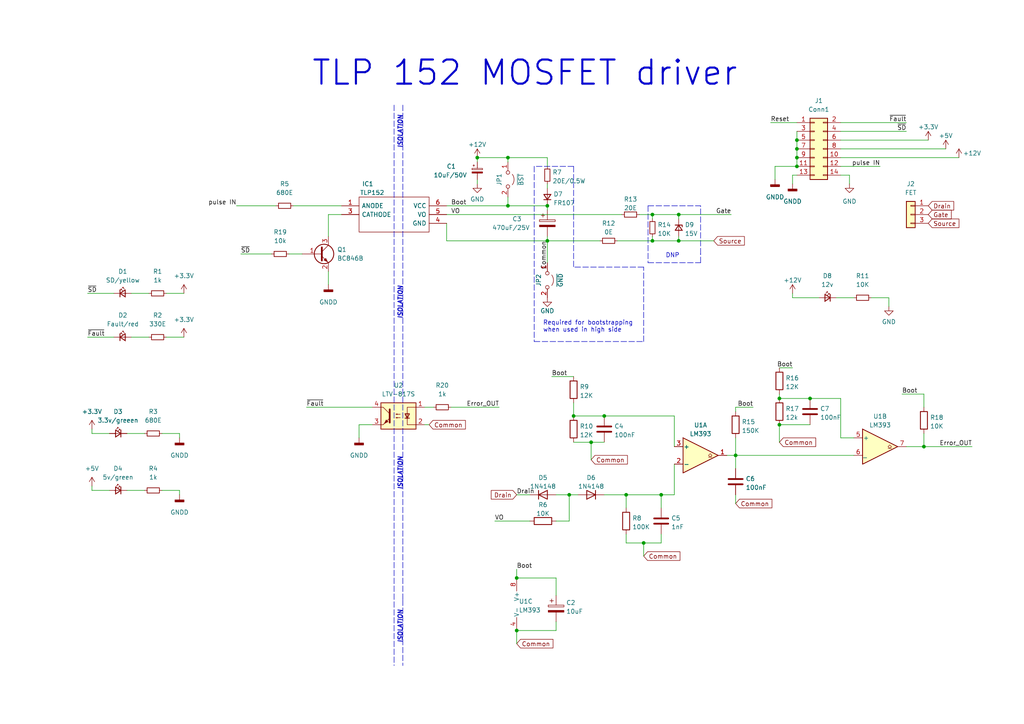
<source format=kicad_sch>
(kicad_sch (version 20211123) (generator eeschema)
  (paper "A4")
  (title_block (date "2022-11-02") (rev "1.1"))
  (lib_symbols
    (symbol "Comparator:LM393" (pin_names (offset 0.127))
      (property "Reference" "U" (at 3.81 3.81 0))
      (property "Value" "LM393" (at 6.35 -3.81 0))
      (symbol "LM393_1_1"
        (polyline (pts (xy -5.08 5.08) (xy 5.08 0) (xy -5.08 -5.08) (xy -5.08 5.08)) (stroke (width 0.254)) (fill (type background)))
        (polyline (pts (xy 3.302 -0.508) (xy 2.794 -0.508) (xy 3.302 0) (xy 2.794 0.508) (xy 2.286 0) (xy 2.794 -0.508) (xy 2.286 -0.508)) (stroke (width 0.127)))
        (pin open_collector line (at 7.62 0 180) (length 2.54) (name "~") (number "1"))
        (pin input line (at -7.62 -2.54 0) (length 2.54) (name "-") (number "2"))
        (pin input line (at -7.62 2.54 0) (length 2.54) (name "+") (number "3"))
      )
      (symbol "LM393_2_1"
        (polyline (pts (xy -5.08 5.08) (xy 5.08 0) (xy -5.08 -5.08) (xy -5.08 5.08)) (stroke (width 0.254)) (fill (type background)))
        (polyline (pts (xy 3.302 -0.508) (xy 2.794 -0.508) (xy 3.302 0) (xy 2.794 0.508) (xy 2.286 0) (xy 2.794 -0.508) (xy 2.286 -0.508)) (stroke (width 0.127)))
        (pin input line (at -7.62 2.54 0) (length 2.54) (name "+") (number "5"))
        (pin input line (at -7.62 -2.54 0) (length 2.54) (name "_") (number "6"))
        (pin open_collector line (at 7.62 0 180) (length 2.54) (name "~") (number "7"))
      )
      (symbol "LM393_3_1"
        (pin power_in line (at -2.54 -7.62 90) (length 3.81) (name "V-") (number "4"))
        (pin power_in line (at -2.54 7.62 270) (length 3.81) (name "V+") (number "8"))
      )
    )
    (symbol "Connector_Generic:Conn_01x03" (pin_names (offset 1.016) hide)
      (property "Reference" "J" (at 0 5.08 0))
      (property "Value" "Conn_01x03" (at 0 -5.08 0))
      (symbol "Conn_01x03_1_1"
        (rectangle (start -1.27 -2.413) (end 0 -2.667) (stroke (width 0.1524)))
        (rectangle (start -1.27 0.127) (end 0 -0.127) (stroke (width 0.1524)))
        (rectangle (start -1.27 2.667) (end 0 2.413) (stroke (width 0.1524)))
        (rectangle (start -1.27 3.81) (end 1.27 -3.81) (stroke (width 0.254)) (fill (type background)))
        (pin passive line (at -5.08 2.54 0) (length 3.81) (name "Pin_1") (number "1"))
        (pin passive line (at -5.08 0 0) (length 3.81) (name "Pin_2") (number "2"))
        (pin passive line (at -5.08 -2.54 0) (length 3.81) (name "Pin_3") (number "3"))
      )
    )
    (symbol "Connector_Generic:Conn_02x07_Odd_Even" (pin_names (offset 1.016) hide)
      (property "Reference" "J" (at 1.27 10.16 0))
      (property "Value" "Conn_02x07_Odd_Even" (at 1.27 -10.16 0))
      (symbol "Conn_02x07_Odd_Even_1_1"
        (rectangle (start -1.27 -7.493) (end 0 -7.747) (stroke (width 0.1524)))
        (rectangle (start -1.27 -4.953) (end 0 -5.207) (stroke (width 0.1524)))
        (rectangle (start -1.27 -2.413) (end 0 -2.667) (stroke (width 0.1524)))
        (rectangle (start -1.27 0.127) (end 0 -0.127) (stroke (width 0.1524)))
        (rectangle (start -1.27 2.667) (end 0 2.413) (stroke (width 0.1524)))
        (rectangle (start -1.27 5.207) (end 0 4.953) (stroke (width 0.1524)))
        (rectangle (start -1.27 7.747) (end 0 7.493) (stroke (width 0.1524)))
        (rectangle (start -1.27 8.89) (end 3.81 -8.89) (stroke (width 0.254)) (fill (type background)))
        (rectangle (start 3.81 -7.493) (end 2.54 -7.747) (stroke (width 0.1524)))
        (rectangle (start 3.81 -4.953) (end 2.54 -5.207) (stroke (width 0.1524)))
        (rectangle (start 3.81 -2.413) (end 2.54 -2.667) (stroke (width 0.1524)))
        (rectangle (start 3.81 0.127) (end 2.54 -0.127) (stroke (width 0.1524)))
        (rectangle (start 3.81 2.667) (end 2.54 2.413) (stroke (width 0.1524)))
        (rectangle (start 3.81 5.207) (end 2.54 4.953) (stroke (width 0.1524)))
        (rectangle (start 3.81 7.747) (end 2.54 7.493) (stroke (width 0.1524)))
        (pin passive line (at -5.08 7.62 0) (length 3.81) (name "Pin_1") (number "1"))
        (pin passive line (at 7.62 -2.54 180) (length 3.81) (name "Pin_10") (number "10"))
        (pin passive line (at -5.08 -5.08 0) (length 3.81) (name "Pin_11") (number "11"))
        (pin passive line (at 7.62 -5.08 180) (length 3.81) (name "Pin_12") (number "12"))
        (pin passive line (at -5.08 -7.62 0) (length 3.81) (name "Pin_13") (number "13"))
        (pin passive line (at 7.62 -7.62 180) (length 3.81) (name "Pin_14") (number "14"))
        (pin passive line (at 7.62 7.62 180) (length 3.81) (name "Pin_2") (number "2"))
        (pin passive line (at -5.08 5.08 0) (length 3.81) (name "Pin_3") (number "3"))
        (pin passive line (at 7.62 5.08 180) (length 3.81) (name "Pin_4") (number "4"))
        (pin passive line (at -5.08 2.54 0) (length 3.81) (name "Pin_5") (number "5"))
        (pin passive line (at 7.62 2.54 180) (length 3.81) (name "Pin_6") (number "6"))
        (pin passive line (at -5.08 0 0) (length 3.81) (name "Pin_7") (number "7"))
        (pin passive line (at 7.62 0 180) (length 3.81) (name "Pin_8") (number "8"))
        (pin passive line (at -5.08 -2.54 0) (length 3.81) (name "Pin_9") (number "9"))
      )
    )
    (symbol "Device:C" (pin_numbers hide) (pin_names (offset 0.254))
      (property "Reference" "C" (at 0.635 2.54 0))
      (property "Value" "C" (at 0.635 -2.54 0))
      (symbol "C_0_1"
        (polyline (pts (xy -2.032 -0.762) (xy 2.032 -0.762)) (stroke (width 0.508)))
        (polyline (pts (xy -2.032 0.762) (xy 2.032 0.762)) (stroke (width 0.508)))
      )
      (symbol "C_1_1"
        (pin passive line (at 0 3.81 270) (length 2.794) (name "~") (number "1"))
        (pin passive line (at 0 -3.81 90) (length 2.794) (name "~") (number "2"))
      )
    )
    (symbol "Device:C_Polarized" (pin_numbers hide) (pin_names (offset 0.254))
      (property "Reference" "C" (at 0.635 2.54 0))
      (property "Value" "C_Polarized" (at 0.635 -2.54 0))
      (symbol "C_Polarized_0_1"
        (rectangle (start -2.286 0.508) (end 2.286 1.016))
        (polyline (pts (xy -1.778 2.286) (xy -0.762 2.286)))
        (polyline (pts (xy -1.27 2.794) (xy -1.27 1.778)))
        (rectangle (start 2.286 -0.508) (end -2.286 -1.016) (fill (type outline)))
      )
      (symbol "C_Polarized_1_1"
        (pin passive line (at 0 3.81 270) (length 2.794) (name "~") (number "1"))
        (pin passive line (at 0 -3.81 90) (length 2.794) (name "~") (number "2"))
      )
    )
    (symbol "Device:C_Polarized_Small" (pin_numbers hide) (pin_names (offset 0.254) hide)
      (property "Reference" "C" (at 0.254 1.778 0))
      (property "Value" "C_Polarized_Small" (at 0.254 -2.032 0))
      (symbol "C_Polarized_Small_0_1"
        (rectangle (start -1.524 -0.3048) (end 1.524 -0.6858) (fill (type outline)))
        (rectangle (start -1.524 0.6858) (end 1.524 0.3048))
        (polyline (pts (xy -1.27 1.524) (xy -0.762 1.524)))
        (polyline (pts (xy -1.016 1.27) (xy -1.016 1.778)))
      )
      (symbol "C_Polarized_Small_1_1"
        (pin passive line (at 0 2.54 270) (length 1.8542) (name "~") (number "1"))
        (pin passive line (at 0 -2.54 90) (length 1.8542) (name "~") (number "2"))
      )
    )
    (symbol "Device:D_Small" (pin_numbers hide) (pin_names (offset 0.254) hide)
      (property "Reference" "D" (at -1.27 2.032 0))
      (property "Value" "D_Small" (at -3.81 -2.032 0))
      (symbol "D_Small_0_1"
        (polyline (pts (xy -0.762 -1.016) (xy -0.762 1.016)) (stroke (width 0.254)))
        (polyline (pts (xy -0.762 0) (xy 0.762 0)))
        (polyline (pts (xy 0.762 -1.016) (xy -0.762 0) (xy 0.762 1.016) (xy 0.762 -1.016)) (stroke (width 0.254)))
      )
      (symbol "D_Small_1_1"
        (pin passive line (at -2.54 0 0) (length 1.778) (name "K") (number "1"))
        (pin passive line (at 2.54 0 180) (length 1.778) (name "A") (number "2"))
      )
    )
    (symbol "Device:D_Zener_Small" (pin_numbers hide) (pin_names (offset 0.254) hide)
      (property "Reference" "D" (at 0 2.286 0))
      (property "Value" "D_Zener_Small" (at 0 -2.286 0))
      (symbol "D_Zener_Small_0_1"
        (polyline (pts (xy 0.762 0) (xy -0.762 0)))
        (polyline (pts (xy -0.254 1.016) (xy -0.762 1.016) (xy -0.762 -1.016)) (stroke (width 0.254)))
        (polyline (pts (xy 0.762 1.016) (xy -0.762 0) (xy 0.762 -1.016) (xy 0.762 1.016)) (stroke (width 0.254)))
      )
      (symbol "D_Zener_Small_1_1"
        (pin passive line (at -2.54 0 0) (length 1.778) (name "K") (number "1"))
        (pin passive line (at 2.54 0 180) (length 1.778) (name "A") (number "2"))
      )
    )
    (symbol "Device:LED_Small" (pin_numbers hide) (pin_names (offset 0.254) hide)
      (property "Reference" "D" (at -1.27 3.175 0))
      (property "Value" "LED_Small" (at -4.445 -2.54 0))
      (symbol "LED_Small_0_1"
        (polyline (pts (xy -0.762 -1.016) (xy -0.762 1.016)) (stroke (width 0.254)))
        (polyline (pts (xy 1.016 0) (xy -0.762 0)))
        (polyline (pts (xy 0.762 -1.016) (xy -0.762 0) (xy 0.762 1.016) (xy 0.762 -1.016)) (stroke (width 0.254)))
        (polyline (pts (xy 0 0.762) (xy -0.508 1.27) (xy -0.254 1.27) (xy -0.508 1.27) (xy -0.508 1.016)))
        (polyline (pts (xy 0.508 1.27) (xy 0 1.778) (xy 0.254 1.778) (xy 0 1.778) (xy 0 1.524)))
      )
      (symbol "LED_Small_1_1"
        (pin passive line (at -2.54 0 0) (length 1.778) (name "K") (number "1"))
        (pin passive line (at 2.54 0 180) (length 1.778) (name "A") (number "2"))
      )
    )
    (symbol "Device:R" (pin_numbers hide) (pin_names (offset 0))
      (property "Reference" "R" (at 2.032 0 90))
      (property "Value" "R" (at 0 0 90))
      (symbol "R_0_1"
        (rectangle (start -1.016 -2.54) (end 1.016 2.54) (stroke (width 0.254)))
      )
      (symbol "R_1_1"
        (pin passive line (at 0 3.81 270) (length 1.27) (name "~") (number "1"))
        (pin passive line (at 0 -3.81 90) (length 1.27) (name "~") (number "2"))
      )
    )
    (symbol "Device:R_Small" (pin_numbers hide) (pin_names (offset 0.254) hide)
      (property "Reference" "R" (at 0.762 0.508 0))
      (property "Value" "R_Small" (at 0.762 -1.016 0))
      (symbol "R_Small_0_1"
        (rectangle (start -0.762 1.778) (end 0.762 -1.778) (stroke (width 0.2032)))
      )
      (symbol "R_Small_1_1"
        (pin passive line (at 0 2.54 270) (length 0.762) (name "~") (number "1"))
        (pin passive line (at 0 -2.54 90) (length 0.762) (name "~") (number "2"))
      )
    )
    (symbol "Diode:1N4148" (pin_numbers hide) (pin_names (offset 1.016) hide)
      (property "Reference" "D" (at 0 2.54 0))
      (property "Value" "1N4148" (at 0 -2.54 0))
      (symbol "1N4148_0_1"
        (polyline (pts (xy -1.27 1.27) (xy -1.27 -1.27)) (stroke (width 0.254)))
        (polyline (pts (xy 1.27 0) (xy -1.27 0)))
        (polyline (pts (xy 1.27 1.27) (xy 1.27 -1.27) (xy -1.27 0) (xy 1.27 1.27)) (stroke (width 0.254)))
      )
      (symbol "1N4148_1_1"
        (pin passive line (at -3.81 0 0) (length 2.54) (name "K") (number "1"))
        (pin passive line (at 3.81 0 180) (length 2.54) (name "A") (number "2"))
      )
    )
    (symbol "Isolator:LTV-817S" (pin_names (offset 1.016))
      (property "Reference" "U" (at -3.81 5.08 0))
      (property "Value" "LTV-817S" (at 0 -5.08 0))
      (symbol "LTV-817S_1_1"
        (rectangle (start -5.08 3.81) (end 5.08 -3.81) (stroke (width 0.254)) (fill (type background)))
        (polyline (pts (xy -3.175 -0.635) (xy -1.905 -0.635)) (stroke (width 0.254)))
        (polyline (pts (xy 2.54 0.635) (xy 4.445 2.54)))
        (polyline (pts (xy 4.445 -2.54) (xy 2.54 -0.635)) (fill (type outline)))
        (polyline (pts (xy 4.445 -2.54) (xy 5.08 -2.54)))
        (polyline (pts (xy 4.445 2.54) (xy 5.08 2.54)))
        (polyline (pts (xy -5.08 2.54) (xy -2.54 2.54) (xy -2.54 -0.762)))
        (polyline (pts (xy -2.54 -0.635) (xy -2.54 -2.54) (xy -5.08 -2.54)))
        (polyline (pts (xy 2.54 1.905) (xy 2.54 -1.905) (xy 2.54 -1.905)) (stroke (width 0.508)))
        (polyline (pts (xy -2.54 -0.635) (xy -3.175 0.635) (xy -1.905 0.635) (xy -2.54 -0.635)) (stroke (width 0.254)))
        (polyline (pts (xy -0.508 -0.508) (xy 0.762 -0.508) (xy 0.381 -0.635) (xy 0.381 -0.381) (xy 0.762 -0.508)))
        (polyline (pts (xy -0.508 0.508) (xy 0.762 0.508) (xy 0.381 0.381) (xy 0.381 0.635) (xy 0.762 0.508)))
        (polyline (pts (xy 3.048 -1.651) (xy 3.556 -1.143) (xy 4.064 -2.159) (xy 3.048 -1.651) (xy 3.048 -1.651)) (fill (type outline)))
        (pin passive line (at -7.62 2.54 0) (length 2.54) (name "~") (number "1"))
        (pin passive line (at -7.62 -2.54 0) (length 2.54) (name "~") (number "2"))
        (pin passive line (at 7.62 -2.54 180) (length 2.54) (name "~") (number "3"))
        (pin passive line (at 7.62 2.54 180) (length 2.54) (name "~") (number "4"))
      )
    )
    (symbol "Jumper:Jumper_2_Open" (pin_names (offset 0) hide)
      (property "Reference" "JP" (at 0 2.794 0))
      (property "Value" "Jumper_2_Open" (at 0 -2.286 0))
      (symbol "Jumper_2_Open_0_0"
        (circle (center -2.032 0) (radius 0.508))
        (circle (center 2.032 0) (radius 0.508))
      )
      (symbol "Jumper_2_Open_0_1"
        (arc (start 1.524 1.27) (mid 0 1.778) (end -1.524 1.27))
      )
      (symbol "Jumper_2_Open_1_1"
        (pin passive line (at -5.08 0 0) (length 2.54) (name "A") (number "1"))
        (pin passive line (at 5.08 0 180) (length 2.54) (name "B") (number "2"))
      )
    )
    (symbol "TLP152:TLP152" (pin_names (offset 0.762))
      (property "Reference" "IC" (at 26.67 7.62 0))
      (property "Value" "TLP152" (at 26.67 5.08 0))
      (symbol "TLP152_0_0"
        (pin passive line (at 0 0 0) (length 5.08) (name "ANODE") (number "1"))
        (pin passive line (at 0 -2.54 0) (length 5.08) (name "CATHODE") (number "3"))
        (pin passive line (at 30.48 -5.08 180) (length 5.08) (name "GND") (number "4"))
        (pin passive line (at 30.48 -2.54 180) (length 5.08) (name "VO") (number "5"))
        (pin passive line (at 30.48 0 180) (length 5.08) (name "VCC") (number "6"))
      )
      (symbol "TLP152_0_1"
        (polyline (pts (xy 5.08 2.54) (xy 25.4 2.54) (xy 25.4 -7.62) (xy 5.08 -7.62) (xy 5.08 2.54)) (stroke (width 0.1524)))
      )
    )
    (symbol "Transistor_BJT:BC818" (pin_names (offset 0) hide)
      (property "Reference" "Q" (at 5.08 1.905 0))
      (property "Value" "BC818" (at 5.08 0 0))
      (symbol "BC818_0_1"
        (polyline (pts (xy 0.635 0.635) (xy 2.54 2.54)))
        (polyline (pts (xy 0.635 -0.635) (xy 2.54 -2.54) (xy 2.54 -2.54)))
        (polyline (pts (xy 0.635 1.905) (xy 0.635 -1.905) (xy 0.635 -1.905)) (stroke (width 0.508)))
        (polyline (pts (xy 1.27 -1.778) (xy 1.778 -1.27) (xy 2.286 -2.286) (xy 1.27 -1.778) (xy 1.27 -1.778)) (fill (type outline)))
        (circle (center 1.27 0) (radius 2.8194) (stroke (width 0.254)))
      )
      (symbol "BC818_1_1"
        (pin input line (at -5.08 0 0) (length 5.715) (name "B") (number "1"))
        (pin passive line (at 2.54 -5.08 90) (length 2.54) (name "E") (number "2"))
        (pin passive line (at 2.54 5.08 270) (length 2.54) (name "C") (number "3"))
      )
    )
    (symbol "power:+12V" (power) (pin_names (offset 0))
      (property "Value" "+12V" (at 0 3.556 0))
      (symbol "+12V_0_1"
        (polyline (pts (xy -0.762 1.27) (xy 0 2.54)))
        (polyline (pts (xy 0 0) (xy 0 2.54)))
        (polyline (pts (xy 0 2.54) (xy 0.762 1.27)))
      )
      (symbol "+12V_1_1"
        (pin power_in line (at 0 0 90) (length 0) hide (name "+12V") (number "1"))
      )
    )
    (symbol "power:+3.3V" (power) (pin_names (offset 0))
      (property "Value" "+3.3V" (at 0 3.556 0))
      (symbol "+3.3V_0_1"
        (polyline (pts (xy -0.762 1.27) (xy 0 2.54)))
        (polyline (pts (xy 0 0) (xy 0 2.54)))
        (polyline (pts (xy 0 2.54) (xy 0.762 1.27)))
      )
      (symbol "+3.3V_1_1"
        (pin power_in line (at 0 0 90) (length 0) hide (name "+3.3V") (number "1"))
      )
    )
    (symbol "power:+5V" (power) (pin_names (offset 0))
      (property "Value" "+5V" (at 0 3.556 0))
      (symbol "+5V_0_1"
        (polyline (pts (xy -0.762 1.27) (xy 0 2.54)))
        (polyline (pts (xy 0 0) (xy 0 2.54)))
        (polyline (pts (xy 0 2.54) (xy 0.762 1.27)))
      )
      (symbol "+5V_1_1"
        (pin power_in line (at 0 0 90) (length 0) hide (name "+5V") (number "1"))
      )
    )
    (symbol "power:GND" (power) (pin_names (offset 0))
      (property "Value" "GND" (at 0 -3.81 0))
      (symbol "GND_0_1"
        (polyline (pts (xy 0 0) (xy 0 -1.27) (xy 1.27 -1.27) (xy 0 -2.54) (xy -1.27 -1.27) (xy 0 -1.27)))
      )
      (symbol "GND_1_1"
        (pin power_in line (at 0 0 270) (length 0) hide (name "GND") (number "1"))
      )
    )
    (symbol "power:GNDD" (power) (pin_names (offset 0))
      (property "Value" "GNDD" (at 0 -3.175 0))
      (symbol "GNDD_0_1"
        (rectangle (start -1.27 -1.524) (end 1.27 -2.032) (stroke (width 0.254)) (fill (type outline)))
        (polyline (pts (xy 0 0) (xy 0 -1.524)))
      )
      (symbol "GNDD_1_1"
        (pin power_in line (at 0 0 270) (length 0) hide (name "GNDD") (number "1"))
      )
    )
  )
  (junction (at 189.23 69.85))
  (junction (at 231.14 40.64))
  (junction (at 166.37 120.65))
  (junction (at 147.32 59.69))
  (junction (at 149.86 182.88))
  (junction (at 196.85 62.23))
  (junction (at 175.26 120.65))
  (junction (at 226.06 115.57))
  (junction (at 231.14 45.72))
  (junction (at 196.85 69.85))
  (junction (at 165.1 143.51))
  (junction (at 158.75 59.69))
  (junction (at 234.95 115.57))
  (junction (at 171.45 128.27))
  (junction (at 231.14 48.26))
  (junction (at 226.06 123.19))
  (junction (at 147.32 45.72))
  (junction (at 186.69 157.48))
  (junction (at 181.61 143.51))
  (junction (at 138.43 45.72))
  (junction (at 191.77 143.51))
  (junction (at 158.75 69.85))
  (junction (at 267.97 129.54))
  (junction (at 231.14 43.18))
  (junction (at 213.36 132.08))
  (junction (at 149.86 167.64))
  (junction (at 189.23 62.23))
  (wire (pts (xy 123.19 123.19) (xy 124.46 123.19)))
  (polyline (pts (xy 114.3 30.48) (xy 114.3 193.04)))
  (wire (pts (xy 158.75 45.72) (xy 158.75 48.26)))
  (wire (pts (xy 243.84 115.57) (xy 234.95 115.57)))
  (wire (pts (xy 257.81 86.36) (xy 257.81 88.9)))
  (polyline (pts (xy 116.84 30.48) (xy 116.84 173.99)))
  (polyline (pts (xy 154.94 48.26) (xy 154.94 99.06)))
  (polyline (pts (xy 186.69 77.47) (xy 166.37 77.47)))
  (wire (pts (xy 149.86 186.69) (xy 149.86 182.88)))
  (wire (pts (xy 252.73 86.36) (xy 257.81 86.36)))
  (wire (pts (xy 158.75 68.58) (xy 158.75 69.85)))
  (wire (pts (xy 246.38 50.8) (xy 246.38 53.34)))
  (wire (pts (xy 189.23 69.85) (xy 196.85 69.85)))
  (wire (pts (xy 171.45 128.27) (xy 171.45 133.35)))
  (wire (pts (xy 166.37 120.65) (xy 175.26 120.65)))
  (wire (pts (xy 68.58 59.69) (xy 80.01 59.69)))
  (wire (pts (xy 161.29 172.72) (xy 161.29 167.64)))
  (wire (pts (xy 107.95 123.19) (xy 104.14 123.19)))
  (wire (pts (xy 213.36 132.08) (xy 247.65 132.08)))
  (polyline (pts (xy 116.84 173.99) (xy 116.84 193.04)))
  (wire (pts (xy 25.4 85.09) (xy 33.02 85.09)))
  (wire (pts (xy 52.07 125.73) (xy 52.07 127)))
  (wire (pts (xy 246.38 50.8) (xy 243.84 50.8)))
  (wire (pts (xy 226.06 123.19) (xy 226.06 128.27)))
  (wire (pts (xy 158.75 69.85) (xy 173.99 69.85)))
  (polyline (pts (xy 186.69 99.06) (xy 186.69 77.47)))
  (wire (pts (xy 231.14 48.26) (xy 231.14 45.72)))
  (wire (pts (xy 189.23 62.23) (xy 196.85 62.23)))
  (wire (pts (xy 185.42 62.23) (xy 189.23 62.23)))
  (wire (pts (xy 243.84 40.64) (xy 269.24 40.64)))
  (wire (pts (xy 229.87 50.8) (xy 229.87 53.34)))
  (wire (pts (xy 161.29 167.64) (xy 149.86 167.64)))
  (wire (pts (xy 149.86 143.51) (xy 153.67 143.51)))
  (wire (pts (xy 171.45 128.27) (xy 175.26 128.27)))
  (wire (pts (xy 243.84 35.56) (xy 262.89 35.56)))
  (wire (pts (xy 229.87 85.09) (xy 229.87 86.36)))
  (wire (pts (xy 181.61 157.48) (xy 186.69 157.48)))
  (wire (pts (xy 69.85 73.66) (xy 78.74 73.66)))
  (wire (pts (xy 147.32 45.72) (xy 147.32 46.99)))
  (wire (pts (xy 213.36 132.08) (xy 213.36 135.89)))
  (wire (pts (xy 161.29 151.13) (xy 165.1 151.13)))
  (wire (pts (xy 231.14 45.72) (xy 231.14 43.18)))
  (wire (pts (xy 158.75 69.85) (xy 158.75 76.2)))
  (wire (pts (xy 196.85 62.23) (xy 212.09 62.23)))
  (wire (pts (xy 262.89 129.54) (xy 267.97 129.54)))
  (wire (pts (xy 196.85 68.58) (xy 196.85 69.85)))
  (wire (pts (xy 267.97 125.73) (xy 267.97 129.54)))
  (wire (pts (xy 231.14 40.64) (xy 231.14 38.1)))
  (wire (pts (xy 25.4 97.79) (xy 33.02 97.79)))
  (wire (pts (xy 130.81 118.11) (xy 144.78 118.11)))
  (wire (pts (xy 247.65 86.36) (xy 242.57 86.36)))
  (wire (pts (xy 138.43 45.72) (xy 138.43 46.99)))
  (wire (pts (xy 83.82 73.66) (xy 87.63 73.66)))
  (wire (pts (xy 52.07 142.24) (xy 52.07 143.51)))
  (polyline (pts (xy 187.96 76.2) (xy 203.2 76.2)))
  (wire (pts (xy 165.1 151.13) (xy 165.1 143.51)))
  (wire (pts (xy 261.62 114.3) (xy 267.97 114.3)))
  (wire (pts (xy 165.1 143.51) (xy 167.64 143.51)))
  (wire (pts (xy 191.77 143.51) (xy 191.77 147.32)))
  (wire (pts (xy 129.54 64.77) (xy 129.54 69.85)))
  (wire (pts (xy 26.67 140.97) (xy 26.67 142.24)))
  (wire (pts (xy 226.06 115.57) (xy 234.95 115.57)))
  (wire (pts (xy 210.82 132.08) (xy 213.36 132.08)))
  (wire (pts (xy 104.14 123.19) (xy 104.14 127)))
  (wire (pts (xy 181.61 143.51) (xy 191.77 143.51)))
  (wire (pts (xy 48.26 97.79) (xy 53.34 97.79)))
  (wire (pts (xy 158.75 59.69) (xy 158.75 60.96)))
  (wire (pts (xy 226.06 123.19) (xy 234.95 123.19)))
  (polyline (pts (xy 203.2 73.66) (xy 203.2 59.69)))
  (wire (pts (xy 195.58 134.62) (xy 195.58 143.51)))
  (wire (pts (xy 175.26 143.51) (xy 181.61 143.51)))
  (wire (pts (xy 158.75 53.34) (xy 158.75 54.61)))
  (wire (pts (xy 189.23 63.5) (xy 189.23 62.23)))
  (polyline (pts (xy 203.2 76.2) (xy 203.2 73.66)))
  (wire (pts (xy 161.29 180.34) (xy 161.29 182.88)))
  (polyline (pts (xy 166.37 48.26) (xy 166.37 77.47)))
  (wire (pts (xy 196.85 69.85) (xy 207.01 69.85)))
  (wire (pts (xy 196.85 62.23) (xy 196.85 63.5)))
  (wire (pts (xy 243.84 38.1) (xy 262.89 38.1)))
  (wire (pts (xy 224.79 52.07) (xy 224.79 48.26)))
  (wire (pts (xy 243.84 45.72) (xy 278.13 45.72)))
  (wire (pts (xy 46.99 125.73) (xy 52.07 125.73)))
  (wire (pts (xy 125.73 118.11) (xy 123.19 118.11)))
  (wire (pts (xy 218.44 118.11) (xy 213.36 118.11)))
  (wire (pts (xy 189.23 68.58) (xy 189.23 69.85)))
  (wire (pts (xy 26.67 142.24) (xy 31.75 142.24)))
  (wire (pts (xy 229.87 50.8) (xy 231.14 50.8)))
  (wire (pts (xy 243.84 127) (xy 247.65 127)))
  (wire (pts (xy 41.91 142.24) (xy 36.83 142.24)))
  (wire (pts (xy 213.36 127) (xy 213.36 132.08)))
  (wire (pts (xy 129.54 59.69) (xy 147.32 59.69)))
  (wire (pts (xy 191.77 154.94) (xy 191.77 157.48)))
  (wire (pts (xy 224.79 48.26) (xy 231.14 48.26)))
  (wire (pts (xy 160.02 109.22) (xy 166.37 109.22)))
  (wire (pts (xy 195.58 143.51) (xy 191.77 143.51)))
  (wire (pts (xy 181.61 147.32) (xy 181.61 143.51)))
  (polyline (pts (xy 187.96 59.69) (xy 187.96 76.2)))
  (wire (pts (xy 129.54 62.23) (xy 180.34 62.23)))
  (wire (pts (xy 147.32 45.72) (xy 158.75 45.72)))
  (wire (pts (xy 213.36 118.11) (xy 213.36 119.38)))
  (wire (pts (xy 138.43 45.72) (xy 147.32 45.72)))
  (wire (pts (xy 166.37 128.27) (xy 171.45 128.27)))
  (wire (pts (xy 43.18 97.79) (xy 38.1 97.79)))
  (wire (pts (xy 107.95 118.11) (xy 88.9 118.11)))
  (polyline (pts (xy 154.94 99.06) (xy 186.69 99.06)))
  (wire (pts (xy 41.91 125.73) (xy 36.83 125.73)))
  (wire (pts (xy 181.61 154.94) (xy 181.61 157.48)))
  (wire (pts (xy 161.29 143.51) (xy 165.1 143.51)))
  (wire (pts (xy 147.32 59.69) (xy 158.75 59.69)))
  (wire (pts (xy 46.99 142.24) (xy 52.07 142.24)))
  (wire (pts (xy 85.09 59.69) (xy 99.06 59.69)))
  (wire (pts (xy 213.36 143.51) (xy 213.36 146.05)))
  (wire (pts (xy 243.84 48.26) (xy 255.27 48.26)))
  (wire (pts (xy 43.18 85.09) (xy 38.1 85.09)))
  (wire (pts (xy 186.69 157.48) (xy 186.69 161.29)))
  (wire (pts (xy 129.54 69.85) (xy 158.75 69.85)))
  (wire (pts (xy 149.86 165.1) (xy 149.86 167.64)))
  (wire (pts (xy 243.84 127) (xy 243.84 115.57)))
  (wire (pts (xy 186.69 157.48) (xy 191.77 157.48)))
  (polyline (pts (xy 187.96 59.69) (xy 203.2 59.69)))
  (wire (pts (xy 226.06 114.3) (xy 226.06 115.57)))
  (polyline (pts (xy 203.2 73.66) (xy 203.2 73.66)))
  (wire (pts (xy 143.51 151.13) (xy 153.67 151.13)))
  (polyline (pts (xy 166.37 48.26) (xy 154.94 48.26)))
  (wire (pts (xy 267.97 129.54) (xy 281.94 129.54)))
  (wire (pts (xy 195.58 120.65) (xy 175.26 120.65)))
  (wire (pts (xy 95.25 68.58) (xy 95.25 62.23)))
  (wire (pts (xy 161.29 182.88) (xy 149.86 182.88)))
  (wire (pts (xy 195.58 129.54) (xy 195.58 120.65)))
  (wire (pts (xy 138.43 52.07) (xy 138.43 53.34)))
  (wire (pts (xy 243.84 43.18) (xy 274.32 43.18)))
  (wire (pts (xy 223.52 35.56) (xy 231.14 35.56)))
  (wire (pts (xy 95.25 62.23) (xy 99.06 62.23)))
  (wire (pts (xy 231.14 43.18) (xy 231.14 40.64)))
  (wire (pts (xy 267.97 118.11) (xy 267.97 114.3)))
  (wire (pts (xy 48.26 85.09) (xy 53.34 85.09)))
  (wire (pts (xy 229.87 106.68) (xy 226.06 106.68)))
  (wire (pts (xy 26.67 124.46) (xy 26.67 125.73)))
  (wire (pts (xy 179.07 69.85) (xy 189.23 69.85)))
  (wire (pts (xy 26.67 125.73) (xy 31.75 125.73)))
  (wire (pts (xy 147.32 57.15) (xy 147.32 59.69)))
  (wire (pts (xy 166.37 116.84) (xy 166.37 120.65)))
  (wire (pts (xy 229.87 86.36) (xy 237.49 86.36)))
  (wire (pts (xy 95.25 82.55) (xy 95.25 78.74)))
  (text "TLP 152 MOSFET driver" (at 90.17 25.4 0) (effects (font (size 7 7) (thickness 0.6) bold) (justify left bottom)))
  (text "ISOLATION" (at 116.84 186.69 90) (effects (font (size 1.27 1.27) (thickness 0.254) bold italic) (justify left bottom)))
  (text "ISOLATION" (at 116.84 43.18 90) (effects (font (size 1.27 1.27) (thickness 0.254) bold italic) (justify left bottom)))
  (text "Required for bootstrapping\nwhen used in high side" (at 157.48 96.52 0) (effects (font (size 1.27 1.27)) (justify left bottom)))
  (text "DNP" (at 193.04 74.93 0) (effects (font (size 1.27 1.27)) (justify left bottom)))
  (text "ISOLATION" (at 116.84 92.71 90) (effects (font (size 1.27 1.27) (thickness 0.254) bold italic) (justify left bottom)))
  (text "ISOLATION" (at 116.84 142.24 90) (effects (font (size 1.27 1.27) (thickness 0.254) bold italic) (justify left bottom)))
  (label "Boot" (at 160.02 109.22 0))
  (label "Boot" (at 149.86 165.1 0))
  (label "Boot" (at 218.44 118.11 180))
  (label "Error_OUT" (at 144.78 118.11 180))
  (label "Error_OUT" (at 281.94 129.54 180))
  (label "Boot" (at 229.87 106.68 180))
  (label "pulse IN" (at 68.58 59.69 180))
  (label "Common" (at 158.75 69.85 270))
  (label "~{SD}" (at 25.4 85.09 0))
  (label "Boot" (at 130.81 59.69 0))
  (label "Gate" (at 212.09 62.23 180))
  (label "Boot" (at 261.62 114.3 0))
  (label "pulse IN" (at 255.27 48.26 180))
  (label "~{Fault}" (at 25.4 97.79 0))
  (label "Drain" (at 149.86 143.51 0))
  (label "VO" (at 130.81 62.23 0))
  (label "VO" (at 143.51 151.13 0))
  (label "~{Fault}" (at 262.89 35.56 180))
  (label "~{SD}" (at 262.89 38.1 180))
  (label "Reset" (at 223.52 35.56 0))
  (label "~{Fault}" (at 88.9 118.11 0))
  (label "~{SD}" (at 69.85 73.66 0))
  (global_label "Common" (shape input) (at 213.36 146.05 0) (property "Intersheet References" "${INTERSHEET_REFS}" (effects hide)))
  (global_label "Source" (shape input) (at 207.01 69.85 0) (property "Intersheet References" "${INTERSHEET_REFS}" (effects hide)))
  (global_label "Common" (shape input) (at 149.86 186.69 0) (property "Intersheet References" "${INTERSHEET_REFS}" (effects hide)))
  (global_label "Common" (shape input) (at 226.06 128.27 0) (property "Intersheet References" "${INTERSHEET_REFS}" (effects hide)))
  (global_label "Gate" (shape input) (at 269.24 62.23 0) (property "Intersheet References" "${INTERSHEET_REFS}" (effects hide)))
  (global_label "Drain" (shape input) (at 149.86 143.51 180) (property "Intersheet References" "${INTERSHEET_REFS}" (effects hide)))
  (global_label "Common" (shape input) (at 186.69 161.29 0) (property "Intersheet References" "${INTERSHEET_REFS}" (effects hide)))
  (global_label "Source" (shape input) (at 269.24 64.77 0) (property "Intersheet References" "${INTERSHEET_REFS}" (effects hide)))
  (global_label "Common" (shape input) (at 124.46 123.19 0) (property "Intersheet References" "${INTERSHEET_REFS}" (effects hide)))
  (global_label "Drain" (shape input) (at 269.24 59.69 0) (property "Intersheet References" "${INTERSHEET_REFS}" (effects hide)))
  (global_label "Common" (shape input) (at 171.45 133.35 0) (property "Intersheet References" "${INTERSHEET_REFS}" (effects hide)))
  (symbol (lib_id "Device:R_Small") (at 128.27 118.11 270) (unit 1)
    (property "Reference" "R20" (at 128.27 111.76 90))
    (property "Value" "1k" (at 128.27 114.3 90))
    (property "Footprint" "Resistor_SMD:R_0603_1608Metric" (effects hide))
    (property "Datasheet" "https://www.sunrom.com/p/1k-1-0603" (effects hide))
  )
  (symbol (lib_id "TLP152:TLP152") (at 99.06 59.69 0) (unit 1)
    (property "Reference" "IC1" (at 106.68 53.34 0))
    (property "Value" "TLP152" (at 107.95 55.88 0))
    (property "Footprint" "Package_SO:SO-5_4.4x3.6mm_P1.27mm" (effects hide))
    (property "Datasheet" "https://www.tomsonelectronics.com/pages/search-results-page?q=152" (effects hide))
    (property "Description" "Toshiba TLP152 DC Input IC Output Optocoupler, Surface Mount, 5-Pin SOIC" (effects hide))
    (property "Manufacturer_Name" "Toshiba" (effects hide))
    (property "Manufacturer_Part_Number" "TLP152" (effects hide))
  )
  (symbol (lib_id "Device:R") (at 226.06 119.38 0) (unit 1)
    (property "Reference" "R17" (at 227.838 118.5453 0) (effects (justify left)))
    (property "Value" "12k" (at 227.838 121.0822 0) (effects (justify left)))
    (property "Footprint" "Resistor_SMD:R_0603_1608Metric" (effects hide))
  )
  (symbol (lib_id "power:GNDD") (at 104.14 127 0) (mirror y) (unit 1)
    (property "Reference" "#PWR0104" (effects hide))
    (property "Value" "GNDD" (at 104.14 132.08 0))
  )
  (symbol (lib_id "Device:R_Small") (at 182.88 62.23 90) (unit 1)
    (property "Reference" "R13" (at 182.88 57.7936 90))
    (property "Value" "20E" (at 182.88 60.3305 90))
    (property "Footprint" "Resistor_SMD:R_0603_1608Metric" (effects hide))
    (property "Link" "https://www.sunrom.com/p/20r-1-0603" (effects hide))
  )
  (symbol (lib_id "power:GND") (at 257.81 88.9 0) (unit 1)
    (property "Reference" "#PWR020" (effects hide))
    (property "Value" "GND" (at 257.81 93.3434 0))
  )
  (symbol (lib_id "power:GNDD") (at 52.07 127 0) (unit 1)
    (property "Reference" "#PWR08" (effects hide))
    (property "Value" "GNDD" (at 52.07 132.08 0))
  )
  (symbol (lib_id "Comparator:LM393") (at 255.27 129.54 0) (unit 2)
    (property "Reference" "U1" (at 255.27 120.7602 0))
    (property "Value" "LM393" (at 255.27 123.2971 0))
    (property "Footprint" "Package_SO:SOIC-8_3.9x4.9mm_P1.27mm" (effects hide))
    (property "Datasheet" "http://www.ti.com/lit/ds/symlink/lm393.pdf" (effects hide))
  )
  (symbol (lib_id "Comparator:LM393") (at 203.2 132.08 0) (unit 1)
    (property "Reference" "U1" (at 203.2 123.3002 0))
    (property "Value" "LM393" (at 203.2 125.8371 0))
    (property "Footprint" "Package_SO:SOIC-8_3.9x4.9mm_P1.27mm" (effects hide))
    (property "Datasheet" "http://www.ti.com/lit/ds/symlink/lm393.pdf" (effects hide))
  )
  (symbol (lib_id "Connector_Generic:Conn_02x07_Odd_Even") (at 236.22 43.18 0) (unit 1)
    (property "Reference" "J1" (at 237.49 29.21 0))
    (property "Value" "Conn1" (at 237.49 31.75 0))
    (property "Footprint" "Connector_PinHeader_2.54mm:PinHeader_2x07_P2.54mm_Horizontal" (effects hide))
    (property "Link" "https://etstore.in/index.php/product/40-pin-1x40-single-row-female-2-54mm-pin-header-connector-strip/" (effects hide))
  )
  (symbol (lib_id "Comparator:LM393") (at 152.4 175.26 0) (unit 3)
    (property "Reference" "U1" (at 150.495 174.4253 0) (effects (justify left)))
    (property "Value" "LM393" (at 150.495 176.9622 0) (effects (justify left)))
    (property "Footprint" "Package_SO:SOIC-8_3.9x4.9mm_P1.27mm" (effects hide))
    (property "Datasheet" "http://www.ti.com/lit/ds/symlink/lm393.pdf" (effects hide))
  )
  (symbol (lib_id "Device:R") (at 226.06 110.49 0) (unit 1)
    (property "Reference" "R16" (at 227.838 109.6553 0) (effects (justify left)))
    (property "Value" "12K" (at 227.838 112.1922 0) (effects (justify left)))
    (property "Footprint" "Resistor_SMD:R_0603_1608Metric" (effects hide))
  )
  (symbol (lib_id "Device:R_Small") (at 158.75 50.8 180) (unit 1)
    (property "Reference" "R7" (at 160.2486 49.9653 0) (effects (justify right)))
    (property "Value" "20E/0.5W" (at 160.2486 52.5022 0) (effects (justify right)))
    (property "Footprint" "Resistor_THT:R_Axial_DIN0309_L9.0mm_D3.2mm_P12.70mm_Horizontal" (effects hide))
    (property "Link" "https://etstore.in/index.php/product/22ohm-0-5w-22e-resistor-cfr-carbon-film-resistor/" (effects hide))
  )
  (symbol (lib_id "Device:C_Polarized_Small") (at 138.43 49.53 0) (unit 1)
    (property "Reference" "C1" (at 129.54 48.26 0) (effects (justify left)))
    (property "Value" "10uF/50V" (at 125.73 50.8 0) (effects (justify left)))
    (property "Footprint" "Capacitor_SMD:CP_Elec_5x5.4" (effects hide))
    (property "Link" "https://www.sunrom.com/p/10uf-50v-5x54mm-smd-electrolytic" (effects hide))
  )
  (symbol (lib_id "Device:R") (at 181.61 151.13 0) (unit 1)
    (property "Reference" "R8" (at 183.388 150.2953 0) (effects (justify left)))
    (property "Value" "100K" (at 183.388 152.8322 0) (effects (justify left)))
    (property "Footprint" "Resistor_SMD:R_0603_1608Metric" (effects hide))
  )
  (symbol (lib_id "Isolator:LTV-817S") (at 115.57 120.65 0) (mirror y) (unit 1)
    (property "Reference" "U2" (at 115.57 111.76 0))
    (property "Value" "LTV-817S" (at 115.57 114.3 0))
    (property "Footprint" "Package_DIP:SMDIP-4_W9.53mm" (effects hide))
    (property "Datasheet" "http://www.us.liteon.com/downloads/LTV-817-827-847.PDF" (effects hide))
    (property "Link" "https://www.sunrom.com/p/el817c-s1-type-smd-optocoupler-everlight" (effects hide))
  )
  (symbol (lib_id "power:GND") (at 246.38 53.34 0) (unit 1)
    (property "Reference" "#PWR0102" (effects hide))
    (property "Value" "GND" (at 246.38 58.42 0))
  )
  (symbol (lib_id "Device:C") (at 191.77 151.13 0) (unit 1)
    (property "Reference" "C5" (at 194.691 150.2953 0) (effects (justify left)))
    (property "Value" "1nF" (at 194.691 152.8322 0) (effects (justify left)))
    (property "Footprint" "Capacitor_SMD:C_0603_1608Metric" (effects hide))
  )
  (symbol (lib_id "Device:D_Small") (at 158.75 57.15 90) (unit 1)
    (property "Reference" "D7" (at 160.528 56.3153 90) (effects (justify right)))
    (property "Value" "FR107" (at 160.528 58.8522 90) (effects (justify right)))
    (property "Footprint" "Diode_SMD:D_SOD-123F" (effects hide))
    (property "Datasheet" "https://etstore.in/index.php/product/f7-smd-diode-fr107-sod-123fl-1000v-1a-fast-recovery-rectifier/" (effects hide))
    (property "Link" "https://etstore.in/index.php/product/f7-smd-diode-fr107-sod-123fl-1000v-1a-fast-recovery-rectifier/" (effects hide))
  )
  (symbol (lib_id "Transistor_BJT:BC818") (at 92.71 73.66 0) (unit 1)
    (property "Reference" "Q1" (at 97.79 72.3899 0) (effects (justify left)))
    (property "Value" "BC846B" (at 97.79 74.9299 0) (effects (justify left)))
    (property "Footprint" "Package_TO_SOT_SMD:SOT-23" (effects hide))
    (property "Datasheet" "https://www.onsemi.com/pub/Collateral/BC818-D.pdf" (effects hide))
    (property "Link" "https://www.sunrom.com/p/bc846b-sot23-nxp-bjt-npn-gp-100ma-65v" (effects hide))
  )
  (symbol (lib_id "Device:LED_Small") (at 34.29 142.24 0) (mirror y) (unit 1)
    (property "Reference" "D4" (at 34.2265 135.89 0))
    (property "Value" "5v/green" (at 34.2265 138.43 0))
    (property "Footprint" "LED_SMD:LED_0603_1608Metric" (effects hide))
    (property "Datasheet" "https://etstore.in/index.php/product/0603-blue-smd-led-everlight/" (effects hide))
  )
  (symbol (lib_id "power:GNDD") (at 52.07 143.51 0) (unit 1)
    (property "Reference" "#PWR09" (effects hide))
    (property "Value" "GNDD" (at 52.07 148.59 0))
  )
  (symbol (lib_id "Device:R") (at 267.97 121.92 0) (unit 1)
    (property "Reference" "R18" (at 269.748 121.0853 0) (effects (justify left)))
    (property "Value" "10K" (at 269.748 123.6222 0) (effects (justify left)))
    (property "Footprint" "Resistor_SMD:R_0603_1608Metric" (effects hide))
  )
  (symbol (lib_id "power:+3.3V") (at 53.34 85.09 0) (unit 1)
    (property "Reference" "#PWR06" (effects hide))
    (property "Value" "+3.3V" (at 53.34 80.01 0))
  )
  (symbol (lib_id "power:GNDD") (at 95.25 82.55 0) (unit 1)
    (property "Reference" "#PWR013" (effects hide))
    (property "Value" "GNDD" (at 95.25 87.63 0))
  )
  (symbol (lib_id "power:+3.3V") (at 53.34 97.79 0) (unit 1)
    (property "Reference" "#PWR07" (effects hide))
    (property "Value" "+3.3V" (at 53.34 92.71 0))
  )
  (symbol (lib_id "power:+12V") (at 278.13 45.72 0) (unit 1)
    (property "Reference" "#PWR012" (effects hide))
    (property "Value" "+12V" (at 281.94 44.45 0))
  )
  (symbol (lib_id "Device:C") (at 234.95 119.38 0) (unit 1)
    (property "Reference" "C7" (at 237.871 118.5453 0) (effects (justify left)))
    (property "Value" "100nF" (at 237.871 121.0822 0) (effects (justify left)))
    (property "Footprint" "Capacitor_SMD:C_0603_1608Metric" (effects hide))
    (property "Link" "https://www.sunrom.com/p/100nf-104-0603-1608-metric-50v-x7r-mlcc" (effects hide))
  )
  (symbol (lib_id "power:+3.3V") (at 26.67 124.46 0) (unit 1)
    (property "Reference" "#PWR02" (effects hide))
    (property "Value" "+3.3V" (at 26.67 119.38 0))
  )
  (symbol (lib_id "Device:D_Zener_Small") (at 196.85 66.04 270) (unit 1)
    (property "Reference" "D9" (at 198.628 65.2053 90) (effects (justify left)))
    (property "Value" "15V" (at 198.628 67.7422 90) (effects (justify left)))
    (property "Footprint" "Diode_SMD:D_MiniMELF" (effects hide))
    (property "Link" "https://etstore.in/index.php/product/15v-0-5w-zener-diode-smd-bzv55-c15-sod-80/" (effects hide))
  )
  (symbol (lib_id "Device:LED_Small") (at 35.56 97.79 0) (unit 1)
    (property "Reference" "D2" (at 35.6235 91.44 0))
    (property "Value" "Fault/red" (at 35.6235 93.98 0))
    (property "Footprint" "LED_SMD:LED_0603_1608Metric" (effects hide))
    (property "Datasheet" "https://etstore.in/index.php/product/0603-red-smd-led-color/" (effects hide))
  )
  (symbol (lib_id "power:+12V") (at 138.43 45.72 0) (mirror y) (unit 1)
    (property "Reference" "#PWR015" (effects hide))
    (property "Value" "+12V" (at 138.43 41.91 0))
  )
  (symbol (lib_id "Device:R") (at 213.36 123.19 0) (unit 1)
    (property "Reference" "R15" (at 215.138 122.3553 0) (effects (justify left)))
    (property "Value" "150K" (at 215.138 124.8922 0) (effects (justify left)))
    (property "Footprint" "Resistor_SMD:R_0603_1608Metric" (effects hide))
    (property "Link" "https://www.sunrom.com/p/150k-1-0603" (effects hide))
  )
  (symbol (lib_id "power:GNDD") (at 229.87 53.34 0) (unit 1)
    (property "Reference" "#PWR0101" (effects hide))
    (property "Value" "GNDD" (at 229.87 58.42 0))
  )
  (symbol (lib_id "Device:R_Small") (at 189.23 66.04 180) (unit 1)
    (property "Reference" "R14" (at 190.7286 65.2053 0) (effects (justify right)))
    (property "Value" "10K" (at 190.7286 67.7422 0) (effects (justify right)))
    (property "Footprint" "Resistor_SMD:R_0603_1608Metric" (effects hide))
    (property "Link" "https://etstore.in/index.php/product/10k-ohm-0603-smd-resistor-surface-mount-chip-resistor/" (effects hide))
  )
  (symbol (lib_id "Device:R_Small") (at 45.72 97.79 90) (mirror x) (unit 1)
    (property "Reference" "R2" (at 45.72 91.44 90))
    (property "Value" "330E" (at 45.72 93.98 90))
    (property "Footprint" "Resistor_SMD:R_0603_1608Metric" (effects hide))
    (property "Datasheet" "https://www.sunrom.com/m/6657" (effects hide))
  )
  (symbol (lib_id "power:+3.3V") (at 269.24 40.64 0) (mirror y) (unit 1)
    (property "Reference" "#PWR010" (effects hide))
    (property "Value" "+3.3V" (at 269.24 36.83 0))
  )
  (symbol (lib_id "Diode:1N4148") (at 171.45 143.51 180) (unit 1)
    (property "Reference" "D6" (at 171.45 138.5402 0))
    (property "Value" "1N4148" (at 171.45 141.0771 0))
    (property "Footprint" "Diode_SMD:D_MiniMELF" (effects hide))
    (property "Datasheet" "https://assets.nexperia.com/documents/data-sheet/1N4148_1N4448.pdf" (effects hide))
  )
  (symbol (lib_id "Device:R") (at 157.48 151.13 90) (unit 1)
    (property "Reference" "R6" (at 157.48 146.4142 90))
    (property "Value" "10K" (at 157.48 148.9511 90))
    (property "Footprint" "Resistor_SMD:R_0603_1608Metric" (effects hide))
  )
  (symbol (lib_id "power:+5V") (at 274.32 43.18 0) (unit 1)
    (property "Reference" "#PWR011" (effects hide))
    (property "Value" "+5V" (at 274.32 39.37 0))
  )
  (symbol (lib_id "Connector_Generic:Conn_01x03") (at 264.16 62.23 0) (mirror y) (unit 1)
    (property "Reference" "J2" (at 264.16 53.34 0))
    (property "Value" "FET" (at 264.16 55.88 0))
    (property "Footprint" "Connector_PinHeader_2.54mm:PinHeader_1x03_P2.54mm_Horizontal" (effects hide))
  )
  (symbol (lib_id "Device:R_Small") (at 81.28 73.66 270) (unit 1)
    (property "Reference" "R19" (at 81.28 67.31 90))
    (property "Value" "10k" (at 81.28 69.85 90))
    (property "Footprint" "Resistor_SMD:R_0603_1608Metric" (effects hide))
    (property "Link" "https://www.sunrom.com/p/4k7-1-0603" (effects hide))
  )
  (symbol (lib_id "Diode:1N4148") (at 157.48 143.51 0) (unit 1)
    (property "Reference" "D5" (at 157.48 138.5402 0))
    (property "Value" "1N4148" (at 157.48 141.0771 0))
    (property "Footprint" "Diode_SMD:D_MiniMELF" (effects hide))
    (property "Datasheet" "https://assets.nexperia.com/documents/data-sheet/1N4148_1N4448.pdf" (effects hide))
  )
  (symbol (lib_id "power:GNDD") (at 224.79 52.07 0) (unit 1)
    (property "Reference" "#PWR01" (effects hide))
    (property "Value" "GNDD" (at 224.79 57.15 0))
  )
  (symbol (lib_id "Device:R_Small") (at 250.19 86.36 90) (mirror x) (unit 1)
    (property "Reference" "R11" (at 250.19 80.01 90))
    (property "Value" "10K" (at 250.19 82.55 90))
    (property "Footprint" "Resistor_SMD:R_0603_1608Metric" (effects hide))
    (property "Datasheet" "https://etstore.in/index.php/product/10k-ohm-0603-smd-resistor-surface-mount-chip-resistor/" (effects hide))
    (property "Link" "https://etstore.in/index.php/product/10k-ohm-0603-smd-resistor-surface-mount-chip-resistor/" (effects hide))
  )
  (symbol (lib_id "Jumper:Jumper_2_Open") (at 158.75 81.28 270) (unit 1)
    (property "Reference" "JP2" (at 156.21 81.28 0))
    (property "Value" "~{GND}" (at 162.56 81.28 0))
    (property "Footprint" "Jumper:SolderJumper-2_P1.3mm_Open_RoundedPad1.0x1.5mm" (effects hide))
  )
  (symbol (lib_id "Device:R") (at 166.37 124.46 0) (unit 1)
    (property "Reference" "R10" (at 168.148 123.6253 0) (effects (justify left)))
    (property "Value" "12K" (at 168.148 126.1622 0) (effects (justify left)))
    (property "Footprint" "Resistor_SMD:R_0603_1608Metric" (effects hide))
  )
  (symbol (lib_id "Device:C") (at 213.36 139.7 0) (unit 1)
    (property "Reference" "C6" (at 216.281 138.8653 0) (effects (justify left)))
    (property "Value" "100nF" (at 216.281 141.4022 0) (effects (justify left)))
    (property "Footprint" "Capacitor_SMD:C_0603_1608Metric" (effects hide))
  )
  (symbol (lib_id "Device:R_Small") (at 176.53 69.85 90) (unit 1)
    (property "Reference" "R12" (at 176.53 64.77 90))
    (property "Value" "0E" (at 176.53 67.31 90))
    (property "Footprint" "Resistor_SMD:R_0603_1608Metric" (effects hide))
    (property "Link" "https://www.sunrom.com/p/0r-0603-smd-jumper" (effects hide))
  )
  (symbol (lib_id "power:+5V") (at 26.67 140.97 0) (unit 1)
    (property "Reference" "#PWR03" (effects hide))
    (property "Value" "+5V" (at 26.67 135.89 0))
  )
  (symbol (lib_id "power:GND") (at 158.75 86.36 0) (unit 1)
    (property "Reference" "#PWR017" (effects hide))
    (property "Value" "GND" (at 158.75 90.17 0))
  )
  (symbol (lib_id "Device:R") (at 166.37 113.03 0) (unit 1)
    (property "Reference" "R9" (at 168.148 112.1953 0) (effects (justify left)))
    (property "Value" "12K" (at 168.148 114.7322 0) (effects (justify left)))
    (property "Footprint" "Resistor_SMD:R_0603_1608Metric" (effects hide))
  )
  (symbol (lib_id "Device:R_Small") (at 82.55 59.69 270) (unit 1)
    (property "Reference" "R5" (at 82.55 53.34 90))
    (property "Value" "680E" (at 82.55 55.88 90))
    (property "Footprint" "Resistor_SMD:R_0603_1608Metric" (effects hide))
    (property "Link" "https://www.sunrom.com/m/6657" (effects hide))
  )
  (symbol (lib_id "Device:LED_Small") (at 34.29 125.73 0) (mirror y) (unit 1)
    (property "Reference" "D3" (at 34.2265 119.38 0))
    (property "Value" "3.3v/greeen" (at 34.2265 121.92 0))
    (property "Footprint" "LED_SMD:LED_0603_1608Metric" (effects hide))
    (property "Datasheet" "https://etstore.in/index.php/product/0603-blue-smd-led-everlight/" (effects hide))
  )
  (symbol (lib_id "Device:LED_Small") (at 240.03 86.36 0) (mirror y) (unit 1)
    (property "Reference" "D8" (at 239.9665 80.01 0))
    (property "Value" "12v" (at 239.9665 82.55 0))
    (property "Footprint" "LED_SMD:LED_0603_1608Metric" (effects hide))
    (property "Link" "https://etstore.in/index.php/product/0603-green-smd-led-color/" (effects hide))
  )
  (symbol (lib_id "Device:R_Small") (at 44.45 125.73 90) (mirror x) (unit 1)
    (property "Reference" "R3" (at 44.45 119.38 90))
    (property "Value" "680E" (at 44.45 121.92 90))
    (property "Footprint" "Resistor_SMD:R_0603_1608Metric" (effects hide))
    (property "Datasheet" "https://www.sunrom.com/m/6657" (effects hide))
  )
  (symbol (lib_id "Device:C_Polarized") (at 161.29 176.53 0) (unit 1)
    (property "Reference" "C2" (at 164.211 174.8063 0) (effects (justify left)))
    (property "Value" "10uF" (at 164.211 177.3432 0) (effects (justify left)))
    (property "Footprint" "Capacitor_SMD:C_0603_1608Metric" (effects hide))
    (property "Link" "https://www.sunrom.com/p/10uf-106-0603-1608-metric-50v-x7r-mlcc-smd" (effects hide))
  )
  (symbol (lib_id "Device:R_Small") (at 45.72 85.09 90) (mirror x) (unit 1)
    (property "Reference" "R1" (at 45.72 78.74 90))
    (property "Value" "1k" (at 45.72 81.28 90))
    (property "Footprint" "Resistor_SMD:R_0603_1608Metric" (effects hide))
    (property "Datasheet" "https://www.sunrom.com/m/6657" (effects hide))
  )
  (symbol (lib_id "Device:C_Polarized") (at 158.75 64.77 0) (unit 1)
    (property "Reference" "C3" (at 148.59 63.5 0) (effects (justify left)))
    (property "Value" "470uF/25V" (at 153.67 66.04 0) (effects (justify right)))
    (property "Footprint" "Capacitor_SMD:CP_Elec_10x10.5" (effects hide))
    (property "Link" "https://www.sunrom.com/p/470uf-25v-10x105mm-smd-electrolytic" (effects hide))
  )
  (symbol (lib_id "Device:LED_Small") (at 35.56 85.09 0) (unit 1)
    (property "Reference" "D1" (at 35.6235 78.74 0))
    (property "Value" "SD/yellow" (at 35.6235 81.28 0))
    (property "Footprint" "LED_SMD:LED_0603_1608Metric" (effects hide))
    (property "Datasheet" "https://etstore.in/index.php/product/0603-yellow-smd-led-everlight/" (effects hide))
  )
  (symbol (lib_id "power:GND") (at 138.43 53.34 0) (unit 1)
    (property "Reference" "#PWR016" (effects hide))
    (property "Value" "GND" (at 138.43 57.7834 0))
  )
  (symbol (lib_id "Device:R_Small") (at 44.45 142.24 90) (mirror x) (unit 1)
    (property "Reference" "R4" (at 44.45 135.89 90))
    (property "Value" "1k" (at 44.45 138.43 90))
    (property "Footprint" "Resistor_SMD:R_0603_1608Metric" (effects hide))
    (property "Datasheet" "https://www.sunrom.com/p/1k-1-0603" (effects hide))
  )
  (symbol (lib_id "power:+12V") (at 229.87 85.09 0) (mirror y) (unit 1)
    (property "Reference" "#PWR0105" (effects hide))
    (property "Value" "+12V" (at 229.87 81.28 0))
  )
  (symbol (lib_id "Device:C") (at 175.26 124.46 0) (unit 1)
    (property "Reference" "C4" (at 178.181 123.6253 0) (effects (justify left)))
    (property "Value" "100nF" (at 178.181 126.1622 0) (effects (justify left)))
    (property "Footprint" "Capacitor_SMD:C_0603_1608Metric" (effects hide))
    (property "Link" "https://www.sunrom.com/p/100nf-104-0603-1608-metric-50v-x7r-mlcc" (effects hide))
  )
  (symbol (lib_id "Jumper:Jumper_2_Open") (at 147.32 52.07 270) (unit 1)
    (property "Reference" "JP1" (at 144.78 52.07 0))
    (property "Value" "~{BST}" (at 151.13 52.07 0))
    (property "Footprint" "Jumper:SolderJumper-2_P1.3mm_Open_RoundedPad1.0x1.5mm" (effects hide))
  )
)
</source>
